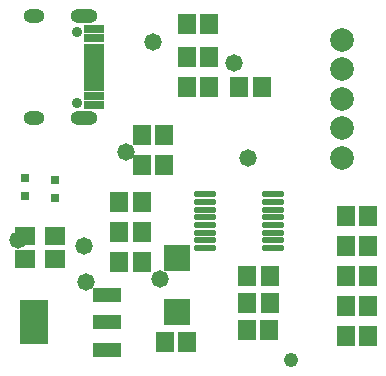
<source format=gts>
G04*
G04 #@! TF.GenerationSoftware,Altium Limited,Altium Designer,22.0.2 (36)*
G04*
G04 Layer_Color=8388736*
%FSLAX25Y25*%
%MOIN*%
G70*
G04*
G04 #@! TF.SameCoordinates,01E328F9-A8C1-4934-924A-DB3E3AA3EC65*
G04*
G04*
G04 #@! TF.FilePolarity,Negative*
G04*
G01*
G75*
%ADD27R,0.05918X0.06706*%
%ADD28R,0.06509X0.03162*%
%ADD29R,0.06509X0.01981*%
%ADD30O,0.07617X0.02150*%
%ADD31C,0.04800*%
%ADD32R,0.03162X0.03162*%
%ADD33R,0.06706X0.05918*%
%ADD34R,0.09461X0.14580*%
%ADD35R,0.09461X0.05131*%
%ADD36R,0.08674X0.08674*%
%ADD37C,0.07887*%
%ADD38C,0.03556*%
%ADD39O,0.07099X0.04737*%
%ADD40O,0.09068X0.04737*%
%ADD41C,0.05800*%
D27*
X86240Y96000D02*
D03*
X78760D02*
D03*
X121740Y53000D02*
D03*
X114260D02*
D03*
X121740Y33000D02*
D03*
X114260D02*
D03*
X114310Y13000D02*
D03*
X121790D02*
D03*
X114310Y43000D02*
D03*
X121790D02*
D03*
X114260Y23000D02*
D03*
X121740D02*
D03*
X88740Y15000D02*
D03*
X81260D02*
D03*
X88950Y33000D02*
D03*
X81470D02*
D03*
X81520Y24000D02*
D03*
X89000D02*
D03*
X61260Y117000D02*
D03*
X68740D02*
D03*
Y96000D02*
D03*
X61260D02*
D03*
X61480Y11000D02*
D03*
X54000D02*
D03*
X53740Y80000D02*
D03*
X46260D02*
D03*
X53740Y70000D02*
D03*
X46260D02*
D03*
X38760Y37500D02*
D03*
X46240D02*
D03*
Y57500D02*
D03*
X38760D02*
D03*
X46240Y47500D02*
D03*
X38760D02*
D03*
X61260Y106000D02*
D03*
X68740D02*
D03*
D28*
X30530Y89823D02*
D03*
Y92855D02*
D03*
Y112146D02*
D03*
Y115197D02*
D03*
D29*
Y95610D02*
D03*
Y97579D02*
D03*
Y99547D02*
D03*
Y101516D02*
D03*
Y103485D02*
D03*
Y105453D02*
D03*
X30528Y107421D02*
D03*
X30530Y109390D02*
D03*
D30*
X67435Y60177D02*
D03*
Y57618D02*
D03*
Y55059D02*
D03*
Y52500D02*
D03*
Y49941D02*
D03*
Y47382D02*
D03*
Y44823D02*
D03*
Y42264D02*
D03*
X90000Y60177D02*
D03*
Y57618D02*
D03*
Y55059D02*
D03*
Y52500D02*
D03*
Y49941D02*
D03*
Y47382D02*
D03*
Y44823D02*
D03*
Y42264D02*
D03*
D31*
X96000Y5000D02*
D03*
D32*
X17500Y59094D02*
D03*
Y65000D02*
D03*
X7500Y59547D02*
D03*
Y65453D02*
D03*
D33*
Y38760D02*
D03*
Y46240D02*
D03*
X17500Y38760D02*
D03*
Y46240D02*
D03*
D34*
X10300Y17500D02*
D03*
D35*
X34700Y26555D02*
D03*
Y17500D02*
D03*
Y8445D02*
D03*
D36*
X58000Y21000D02*
D03*
Y39110D02*
D03*
D37*
X113000Y72315D02*
D03*
Y82158D02*
D03*
Y92000D02*
D03*
Y101843D02*
D03*
Y111685D02*
D03*
D38*
X24841Y90768D02*
D03*
Y114233D02*
D03*
D39*
X10471Y85492D02*
D03*
Y119508D02*
D03*
D40*
X26928Y85492D02*
D03*
Y119508D02*
D03*
D41*
X5000Y44819D02*
D03*
X77000Y104000D02*
D03*
X50000Y111000D02*
D03*
X27000Y43000D02*
D03*
X81585Y72315D02*
D03*
X41000Y74200D02*
D03*
X27600Y31000D02*
D03*
X52200Y32000D02*
D03*
M02*

</source>
